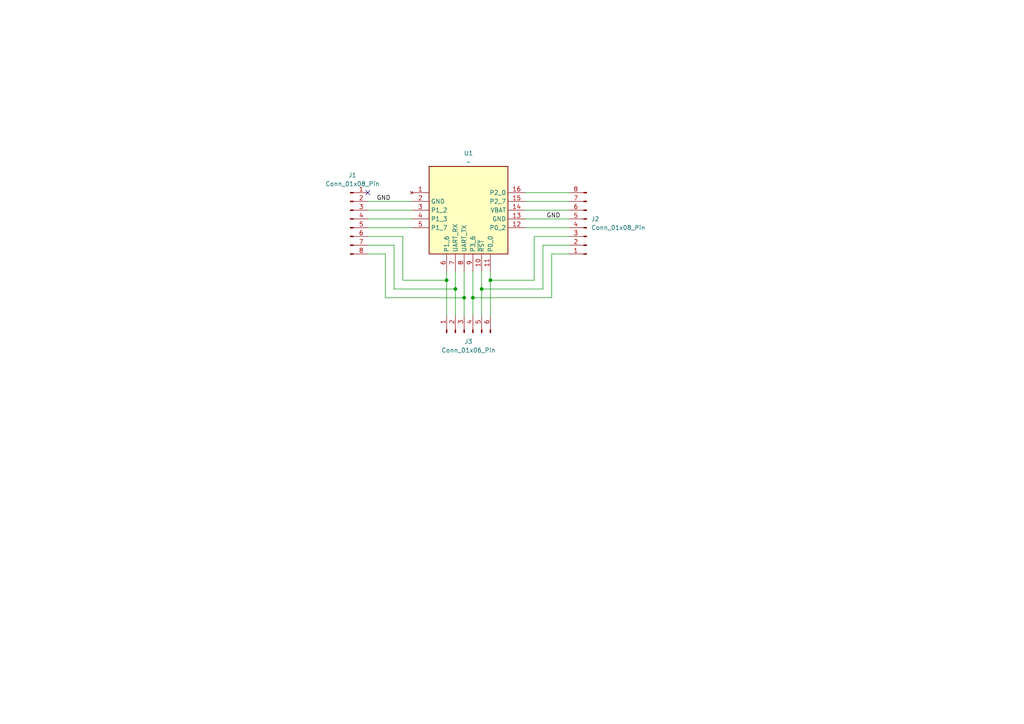
<source format=kicad_sch>
(kicad_sch
	(version 20231120)
	(generator "eeschema")
	(generator_version "8.0")
	(uuid "bbb02930-fe5a-4189-be08-f0da16f5e71d")
	(paper "A4")
	(lib_symbols
		(symbol "Connector:Conn_01x06_Pin"
			(pin_names
				(offset 1.016) hide)
			(exclude_from_sim no)
			(in_bom yes)
			(on_board yes)
			(property "Reference" "J"
				(at 0 7.62 0)
				(effects
					(font
						(size 1.27 1.27)
					)
				)
			)
			(property "Value" "Conn_01x06_Pin"
				(at 0 -10.16 0)
				(effects
					(font
						(size 1.27 1.27)
					)
				)
			)
			(property "Footprint" ""
				(at 0 0 0)
				(effects
					(font
						(size 1.27 1.27)
					)
					(hide yes)
				)
			)
			(property "Datasheet" "~"
				(at 0 0 0)
				(effects
					(font
						(size 1.27 1.27)
					)
					(hide yes)
				)
			)
			(property "Description" "Generic connector, single row, 01x06, script generated"
				(at 0 0 0)
				(effects
					(font
						(size 1.27 1.27)
					)
					(hide yes)
				)
			)
			(property "ki_locked" ""
				(at 0 0 0)
				(effects
					(font
						(size 1.27 1.27)
					)
				)
			)
			(property "ki_keywords" "connector"
				(at 0 0 0)
				(effects
					(font
						(size 1.27 1.27)
					)
					(hide yes)
				)
			)
			(property "ki_fp_filters" "Connector*:*_1x??_*"
				(at 0 0 0)
				(effects
					(font
						(size 1.27 1.27)
					)
					(hide yes)
				)
			)
			(symbol "Conn_01x06_Pin_1_1"
				(polyline
					(pts
						(xy 1.27 -7.62) (xy 0.8636 -7.62)
					)
					(stroke
						(width 0.1524)
						(type default)
					)
					(fill
						(type none)
					)
				)
				(polyline
					(pts
						(xy 1.27 -5.08) (xy 0.8636 -5.08)
					)
					(stroke
						(width 0.1524)
						(type default)
					)
					(fill
						(type none)
					)
				)
				(polyline
					(pts
						(xy 1.27 -2.54) (xy 0.8636 -2.54)
					)
					(stroke
						(width 0.1524)
						(type default)
					)
					(fill
						(type none)
					)
				)
				(polyline
					(pts
						(xy 1.27 0) (xy 0.8636 0)
					)
					(stroke
						(width 0.1524)
						(type default)
					)
					(fill
						(type none)
					)
				)
				(polyline
					(pts
						(xy 1.27 2.54) (xy 0.8636 2.54)
					)
					(stroke
						(width 0.1524)
						(type default)
					)
					(fill
						(type none)
					)
				)
				(polyline
					(pts
						(xy 1.27 5.08) (xy 0.8636 5.08)
					)
					(stroke
						(width 0.1524)
						(type default)
					)
					(fill
						(type none)
					)
				)
				(rectangle
					(start 0.8636 -7.493)
					(end 0 -7.747)
					(stroke
						(width 0.1524)
						(type default)
					)
					(fill
						(type outline)
					)
				)
				(rectangle
					(start 0.8636 -4.953)
					(end 0 -5.207)
					(stroke
						(width 0.1524)
						(type default)
					)
					(fill
						(type outline)
					)
				)
				(rectangle
					(start 0.8636 -2.413)
					(end 0 -2.667)
					(stroke
						(width 0.1524)
						(type default)
					)
					(fill
						(type outline)
					)
				)
				(rectangle
					(start 0.8636 0.127)
					(end 0 -0.127)
					(stroke
						(width 0.1524)
						(type default)
					)
					(fill
						(type outline)
					)
				)
				(rectangle
					(start 0.8636 2.667)
					(end 0 2.413)
					(stroke
						(width 0.1524)
						(type default)
					)
					(fill
						(type outline)
					)
				)
				(rectangle
					(start 0.8636 5.207)
					(end 0 4.953)
					(stroke
						(width 0.1524)
						(type default)
					)
					(fill
						(type outline)
					)
				)
				(pin passive line
					(at 5.08 5.08 180)
					(length 3.81)
					(name "Pin_1"
						(effects
							(font
								(size 1.27 1.27)
							)
						)
					)
					(number "1"
						(effects
							(font
								(size 1.27 1.27)
							)
						)
					)
				)
				(pin passive line
					(at 5.08 2.54 180)
					(length 3.81)
					(name "Pin_2"
						(effects
							(font
								(size 1.27 1.27)
							)
						)
					)
					(number "2"
						(effects
							(font
								(size 1.27 1.27)
							)
						)
					)
				)
				(pin passive line
					(at 5.08 0 180)
					(length 3.81)
					(name "Pin_3"
						(effects
							(font
								(size 1.27 1.27)
							)
						)
					)
					(number "3"
						(effects
							(font
								(size 1.27 1.27)
							)
						)
					)
				)
				(pin passive line
					(at 5.08 -2.54 180)
					(length 3.81)
					(name "Pin_4"
						(effects
							(font
								(size 1.27 1.27)
							)
						)
					)
					(number "4"
						(effects
							(font
								(size 1.27 1.27)
							)
						)
					)
				)
				(pin passive line
					(at 5.08 -5.08 180)
					(length 3.81)
					(name "Pin_5"
						(effects
							(font
								(size 1.27 1.27)
							)
						)
					)
					(number "5"
						(effects
							(font
								(size 1.27 1.27)
							)
						)
					)
				)
				(pin passive line
					(at 5.08 -7.62 180)
					(length 3.81)
					(name "Pin_6"
						(effects
							(font
								(size 1.27 1.27)
							)
						)
					)
					(number "6"
						(effects
							(font
								(size 1.27 1.27)
							)
						)
					)
				)
			)
		)
		(symbol "Connector:Conn_01x08_Pin"
			(pin_names
				(offset 1.016) hide)
			(exclude_from_sim no)
			(in_bom yes)
			(on_board yes)
			(property "Reference" "J"
				(at 0 10.16 0)
				(effects
					(font
						(size 1.27 1.27)
					)
				)
			)
			(property "Value" "Conn_01x08_Pin"
				(at 0 -12.7 0)
				(effects
					(font
						(size 1.27 1.27)
					)
				)
			)
			(property "Footprint" ""
				(at 0 0 0)
				(effects
					(font
						(size 1.27 1.27)
					)
					(hide yes)
				)
			)
			(property "Datasheet" "~"
				(at 0 0 0)
				(effects
					(font
						(size 1.27 1.27)
					)
					(hide yes)
				)
			)
			(property "Description" "Generic connector, single row, 01x08, script generated"
				(at 0 0 0)
				(effects
					(font
						(size 1.27 1.27)
					)
					(hide yes)
				)
			)
			(property "ki_locked" ""
				(at 0 0 0)
				(effects
					(font
						(size 1.27 1.27)
					)
				)
			)
			(property "ki_keywords" "connector"
				(at 0 0 0)
				(effects
					(font
						(size 1.27 1.27)
					)
					(hide yes)
				)
			)
			(property "ki_fp_filters" "Connector*:*_1x??_*"
				(at 0 0 0)
				(effects
					(font
						(size 1.27 1.27)
					)
					(hide yes)
				)
			)
			(symbol "Conn_01x08_Pin_1_1"
				(polyline
					(pts
						(xy 1.27 -10.16) (xy 0.8636 -10.16)
					)
					(stroke
						(width 0.1524)
						(type default)
					)
					(fill
						(type none)
					)
				)
				(polyline
					(pts
						(xy 1.27 -7.62) (xy 0.8636 -7.62)
					)
					(stroke
						(width 0.1524)
						(type default)
					)
					(fill
						(type none)
					)
				)
				(polyline
					(pts
						(xy 1.27 -5.08) (xy 0.8636 -5.08)
					)
					(stroke
						(width 0.1524)
						(type default)
					)
					(fill
						(type none)
					)
				)
				(polyline
					(pts
						(xy 1.27 -2.54) (xy 0.8636 -2.54)
					)
					(stroke
						(width 0.1524)
						(type default)
					)
					(fill
						(type none)
					)
				)
				(polyline
					(pts
						(xy 1.27 0) (xy 0.8636 0)
					)
					(stroke
						(width 0.1524)
						(type default)
					)
					(fill
						(type none)
					)
				)
				(polyline
					(pts
						(xy 1.27 2.54) (xy 0.8636 2.54)
					)
					(stroke
						(width 0.1524)
						(type default)
					)
					(fill
						(type none)
					)
				)
				(polyline
					(pts
						(xy 1.27 5.08) (xy 0.8636 5.08)
					)
					(stroke
						(width 0.1524)
						(type default)
					)
					(fill
						(type none)
					)
				)
				(polyline
					(pts
						(xy 1.27 7.62) (xy 0.8636 7.62)
					)
					(stroke
						(width 0.1524)
						(type default)
					)
					(fill
						(type none)
					)
				)
				(rectangle
					(start 0.8636 -10.033)
					(end 0 -10.287)
					(stroke
						(width 0.1524)
						(type default)
					)
					(fill
						(type outline)
					)
				)
				(rectangle
					(start 0.8636 -7.493)
					(end 0 -7.747)
					(stroke
						(width 0.1524)
						(type default)
					)
					(fill
						(type outline)
					)
				)
				(rectangle
					(start 0.8636 -4.953)
					(end 0 -5.207)
					(stroke
						(width 0.1524)
						(type default)
					)
					(fill
						(type outline)
					)
				)
				(rectangle
					(start 0.8636 -2.413)
					(end 0 -2.667)
					(stroke
						(width 0.1524)
						(type default)
					)
					(fill
						(type outline)
					)
				)
				(rectangle
					(start 0.8636 0.127)
					(end 0 -0.127)
					(stroke
						(width 0.1524)
						(type default)
					)
					(fill
						(type outline)
					)
				)
				(rectangle
					(start 0.8636 2.667)
					(end 0 2.413)
					(stroke
						(width 0.1524)
						(type default)
					)
					(fill
						(type outline)
					)
				)
				(rectangle
					(start 0.8636 5.207)
					(end 0 4.953)
					(stroke
						(width 0.1524)
						(type default)
					)
					(fill
						(type outline)
					)
				)
				(rectangle
					(start 0.8636 7.747)
					(end 0 7.493)
					(stroke
						(width 0.1524)
						(type default)
					)
					(fill
						(type outline)
					)
				)
				(pin passive line
					(at 5.08 7.62 180)
					(length 3.81)
					(name "Pin_1"
						(effects
							(font
								(size 1.27 1.27)
							)
						)
					)
					(number "1"
						(effects
							(font
								(size 1.27 1.27)
							)
						)
					)
				)
				(pin passive line
					(at 5.08 5.08 180)
					(length 3.81)
					(name "Pin_2"
						(effects
							(font
								(size 1.27 1.27)
							)
						)
					)
					(number "2"
						(effects
							(font
								(size 1.27 1.27)
							)
						)
					)
				)
				(pin passive line
					(at 5.08 2.54 180)
					(length 3.81)
					(name "Pin_3"
						(effects
							(font
								(size 1.27 1.27)
							)
						)
					)
					(number "3"
						(effects
							(font
								(size 1.27 1.27)
							)
						)
					)
				)
				(pin passive line
					(at 5.08 0 180)
					(length 3.81)
					(name "Pin_4"
						(effects
							(font
								(size 1.27 1.27)
							)
						)
					)
					(number "4"
						(effects
							(font
								(size 1.27 1.27)
							)
						)
					)
				)
				(pin passive line
					(at 5.08 -2.54 180)
					(length 3.81)
					(name "Pin_5"
						(effects
							(font
								(size 1.27 1.27)
							)
						)
					)
					(number "5"
						(effects
							(font
								(size 1.27 1.27)
							)
						)
					)
				)
				(pin passive line
					(at 5.08 -5.08 180)
					(length 3.81)
					(name "Pin_6"
						(effects
							(font
								(size 1.27 1.27)
							)
						)
					)
					(number "6"
						(effects
							(font
								(size 1.27 1.27)
							)
						)
					)
				)
				(pin passive line
					(at 5.08 -7.62 180)
					(length 3.81)
					(name "Pin_7"
						(effects
							(font
								(size 1.27 1.27)
							)
						)
					)
					(number "7"
						(effects
							(font
								(size 1.27 1.27)
							)
						)
					)
				)
				(pin passive line
					(at 5.08 -10.16 180)
					(length 3.81)
					(name "Pin_8"
						(effects
							(font
								(size 1.27 1.27)
							)
						)
					)
					(number "8"
						(effects
							(font
								(size 1.27 1.27)
							)
						)
					)
				)
			)
		)
		(symbol "RN4871_interposer:RN4871"
			(exclude_from_sim no)
			(in_bom yes)
			(on_board yes)
			(property "Reference" "U"
				(at 0 0 0)
				(effects
					(font
						(size 1.27 1.27)
					)
				)
			)
			(property "Value" ""
				(at -2.54 -2.54 0)
				(effects
					(font
						(size 1.27 1.27)
					)
				)
			)
			(property "Footprint" "RN4871_interposer:RN4871"
				(at 0 0 0)
				(effects
					(font
						(size 1.27 1.27)
					)
					(hide yes)
				)
			)
			(property "Datasheet" ""
				(at -2.54 -2.54 0)
				(effects
					(font
						(size 1.27 1.27)
					)
					(hide yes)
				)
			)
			(property "Description" ""
				(at -2.54 -2.54 0)
				(effects
					(font
						(size 1.27 1.27)
					)
					(hide yes)
				)
			)
			(symbol "RN4871_1_1"
				(rectangle
					(start -10.16 12.7)
					(end 12.7 -12.7)
					(stroke
						(width 0.254)
						(type default)
					)
					(fill
						(type background)
					)
				)
				(pin no_connect line
					(at -15.24 5.08 0)
					(length 5.08)
					(name ""
						(effects
							(font
								(size 1.27 1.27)
							)
						)
					)
					(number "1"
						(effects
							(font
								(size 1.27 1.27)
							)
						)
					)
				)
				(pin input line
					(at 5.08 -17.78 90)
					(length 5.08)
					(name "~{RST}"
						(effects
							(font
								(size 1.27 1.27)
							)
						)
					)
					(number "10"
						(effects
							(font
								(size 1.27 1.27)
							)
						)
					)
				)
				(pin bidirectional line
					(at 7.62 -17.78 90)
					(length 5.08)
					(name "P0_0"
						(effects
							(font
								(size 1.27 1.27)
							)
						)
					)
					(number "11"
						(effects
							(font
								(size 1.27 1.27)
							)
						)
					)
				)
				(pin bidirectional line
					(at 17.78 -5.08 180)
					(length 5.08)
					(name "P0_2"
						(effects
							(font
								(size 1.27 1.27)
							)
						)
					)
					(number "12"
						(effects
							(font
								(size 1.27 1.27)
							)
						)
					)
				)
				(pin power_in line
					(at 17.78 -2.54 180)
					(length 5.08)
					(name "GND"
						(effects
							(font
								(size 1.27 1.27)
							)
						)
					)
					(number "13"
						(effects
							(font
								(size 1.27 1.27)
							)
						)
					)
				)
				(pin power_in line
					(at 17.78 0 180)
					(length 5.08)
					(name "VBAT"
						(effects
							(font
								(size 1.27 1.27)
							)
						)
					)
					(number "14"
						(effects
							(font
								(size 1.27 1.27)
							)
						)
					)
				)
				(pin output line
					(at 17.78 2.54 180)
					(length 5.08)
					(name "P2_7"
						(effects
							(font
								(size 1.27 1.27)
							)
						)
					)
					(number "15"
						(effects
							(font
								(size 1.27 1.27)
							)
						)
					)
				)
				(pin input line
					(at 17.78 5.08 180)
					(length 5.08)
					(name "P2_0"
						(effects
							(font
								(size 1.27 1.27)
							)
						)
					)
					(number "16"
						(effects
							(font
								(size 1.27 1.27)
							)
						)
					)
				)
				(pin power_in line
					(at -15.24 2.54 0)
					(length 5.08)
					(name "GND"
						(effects
							(font
								(size 1.27 1.27)
							)
						)
					)
					(number "2"
						(effects
							(font
								(size 1.27 1.27)
							)
						)
					)
				)
				(pin bidirectional line
					(at -15.24 0 0)
					(length 5.08)
					(name "P1_2"
						(effects
							(font
								(size 1.27 1.27)
							)
						)
					)
					(number "3"
						(effects
							(font
								(size 1.27 1.27)
							)
						)
					)
				)
				(pin bidirectional line
					(at -15.24 -2.54 0)
					(length 5.08)
					(name "P1_3"
						(effects
							(font
								(size 1.27 1.27)
							)
						)
					)
					(number "4"
						(effects
							(font
								(size 1.27 1.27)
							)
						)
					)
				)
				(pin passive line
					(at -15.24 -5.08 0)
					(length 5.08)
					(name "P1_7"
						(effects
							(font
								(size 1.27 1.27)
							)
						)
					)
					(number "5"
						(effects
							(font
								(size 1.27 1.27)
							)
						)
					)
				)
				(pin passive line
					(at -5.08 -17.78 90)
					(length 5.08)
					(name "P1_6"
						(effects
							(font
								(size 1.27 1.27)
							)
						)
					)
					(number "6"
						(effects
							(font
								(size 1.27 1.27)
							)
						)
					)
				)
				(pin power_in line
					(at -2.54 -17.78 90)
					(length 5.08)
					(name "UART_RX"
						(effects
							(font
								(size 1.27 1.27)
							)
						)
					)
					(number "7"
						(effects
							(font
								(size 1.27 1.27)
							)
						)
					)
				)
				(pin output line
					(at 0 -17.78 90)
					(length 5.08)
					(name "UART_TX"
						(effects
							(font
								(size 1.27 1.27)
							)
						)
					)
					(number "8"
						(effects
							(font
								(size 1.27 1.27)
							)
						)
					)
				)
				(pin bidirectional line
					(at 2.54 -17.78 90)
					(length 5.08)
					(name "P3_6"
						(effects
							(font
								(size 1.27 1.27)
							)
						)
					)
					(number "9"
						(effects
							(font
								(size 1.27 1.27)
							)
						)
					)
				)
			)
		)
	)
	(junction
		(at 134.62 86.36)
		(diameter 0)
		(color 0 0 0 0)
		(uuid "06b9f5ab-a3c9-48cd-a05f-8c372803da11")
	)
	(junction
		(at 139.7 83.82)
		(diameter 0)
		(color 0 0 0 0)
		(uuid "44df0b6c-0e0c-4cae-b4f5-ed4a0539bde5")
	)
	(junction
		(at 132.08 83.82)
		(diameter 0)
		(color 0 0 0 0)
		(uuid "868ff653-9569-49bf-8086-4a67cba1576b")
	)
	(junction
		(at 137.16 86.36)
		(diameter 0)
		(color 0 0 0 0)
		(uuid "c58b5875-b0ae-4c10-9e49-17d6b965873f")
	)
	(junction
		(at 129.54 81.28)
		(diameter 0)
		(color 0 0 0 0)
		(uuid "dda999fa-504a-4057-96c4-2cd7755e578d")
	)
	(junction
		(at 142.24 81.28)
		(diameter 0)
		(color 0 0 0 0)
		(uuid "f55c2925-ddee-4267-bc3e-daf01b28d867")
	)
	(no_connect
		(at 106.68 55.88)
		(uuid "6e26673b-daf4-4a88-b7c2-dc607055ec72")
	)
	(wire
		(pts
			(xy 165.1 55.88) (xy 152.4 55.88)
		)
		(stroke
			(width 0)
			(type default)
		)
		(uuid "12269c72-6660-425e-8900-0af5ae474b8f")
	)
	(wire
		(pts
			(xy 134.62 91.44) (xy 134.62 86.36)
		)
		(stroke
			(width 0)
			(type default)
		)
		(uuid "13c3375c-ba0a-40a2-94f7-1b557b5ee7f7")
	)
	(wire
		(pts
			(xy 165.1 68.58) (xy 154.94 68.58)
		)
		(stroke
			(width 0)
			(type default)
		)
		(uuid "163df8cf-e726-4bb1-9372-5502518d553f")
	)
	(wire
		(pts
			(xy 106.68 58.42) (xy 119.38 58.42)
		)
		(stroke
			(width 0)
			(type default)
		)
		(uuid "216a9a9c-9ada-4661-8300-d58739f6a74b")
	)
	(wire
		(pts
			(xy 106.68 66.04) (xy 119.38 66.04)
		)
		(stroke
			(width 0)
			(type default)
		)
		(uuid "2bc748cf-64e4-41c4-bc7f-c634afdf3d11")
	)
	(wire
		(pts
			(xy 106.68 68.58) (xy 116.84 68.58)
		)
		(stroke
			(width 0)
			(type default)
		)
		(uuid "3971cb2f-fa98-4ad4-b684-77e59e0eca5a")
	)
	(wire
		(pts
			(xy 142.24 81.28) (xy 142.24 91.44)
		)
		(stroke
			(width 0)
			(type default)
		)
		(uuid "40705b5b-fd2e-4e99-8c71-6bd54f536ac0")
	)
	(wire
		(pts
			(xy 142.24 81.28) (xy 154.94 81.28)
		)
		(stroke
			(width 0)
			(type default)
		)
		(uuid "47b2fd78-f55a-4a01-854f-d85161813ada")
	)
	(wire
		(pts
			(xy 116.84 68.58) (xy 116.84 81.28)
		)
		(stroke
			(width 0)
			(type default)
		)
		(uuid "6a48254f-2ada-4479-8bb9-e65860b321ec")
	)
	(wire
		(pts
			(xy 160.02 73.66) (xy 160.02 86.36)
		)
		(stroke
			(width 0)
			(type default)
		)
		(uuid "6cb0c9cf-31fd-456f-ab08-b4d47020f9c6")
	)
	(wire
		(pts
			(xy 165.1 60.96) (xy 152.4 60.96)
		)
		(stroke
			(width 0)
			(type default)
		)
		(uuid "6ecaaadb-cf63-480e-be96-94488d87bea3")
	)
	(wire
		(pts
			(xy 157.48 71.12) (xy 157.48 83.82)
		)
		(stroke
			(width 0)
			(type default)
		)
		(uuid "6eee5915-e502-4de9-a86c-a1ac9d25633d")
	)
	(wire
		(pts
			(xy 137.16 86.36) (xy 160.02 86.36)
		)
		(stroke
			(width 0)
			(type default)
		)
		(uuid "6f51cdc0-8608-4fa2-9571-7056c8d73eda")
	)
	(wire
		(pts
			(xy 129.54 91.44) (xy 129.54 81.28)
		)
		(stroke
			(width 0)
			(type default)
		)
		(uuid "719a8dd5-6a52-4292-9f60-4595090e1ac6")
	)
	(wire
		(pts
			(xy 139.7 83.82) (xy 157.48 83.82)
		)
		(stroke
			(width 0)
			(type default)
		)
		(uuid "7797c41c-719d-4885-9b23-7d02b8813a2a")
	)
	(wire
		(pts
			(xy 165.1 71.12) (xy 157.48 71.12)
		)
		(stroke
			(width 0)
			(type default)
		)
		(uuid "7f9a6859-8f67-41ce-9de1-6ffedb86aa10")
	)
	(wire
		(pts
			(xy 132.08 91.44) (xy 132.08 83.82)
		)
		(stroke
			(width 0)
			(type default)
		)
		(uuid "854300e6-6e14-4559-a260-b81ad6efce42")
	)
	(wire
		(pts
			(xy 134.62 86.36) (xy 134.62 78.74)
		)
		(stroke
			(width 0)
			(type default)
		)
		(uuid "8a9a8198-4628-4db4-8fa0-8ea3a1f47c0e")
	)
	(wire
		(pts
			(xy 116.84 81.28) (xy 129.54 81.28)
		)
		(stroke
			(width 0)
			(type default)
		)
		(uuid "9cd94aa0-f566-4ead-9dcd-fb4187937ae3")
	)
	(wire
		(pts
			(xy 106.68 71.12) (xy 114.3 71.12)
		)
		(stroke
			(width 0)
			(type default)
		)
		(uuid "ab98d35c-83b7-4ec2-96c8-bc60274f2565")
	)
	(wire
		(pts
			(xy 142.24 78.74) (xy 142.24 81.28)
		)
		(stroke
			(width 0)
			(type default)
		)
		(uuid "aebeb3f4-63a9-44cf-94c6-32ea5265c0f2")
	)
	(wire
		(pts
			(xy 106.68 60.96) (xy 119.38 60.96)
		)
		(stroke
			(width 0)
			(type default)
		)
		(uuid "af5a284b-f22d-4aae-a3bb-462c3a80a775")
	)
	(wire
		(pts
			(xy 165.1 58.42) (xy 152.4 58.42)
		)
		(stroke
			(width 0)
			(type default)
		)
		(uuid "aff68b87-0647-4718-8e3e-ba898afb27f4")
	)
	(wire
		(pts
			(xy 129.54 81.28) (xy 129.54 78.74)
		)
		(stroke
			(width 0)
			(type default)
		)
		(uuid "b70de5ea-5703-44a9-b2bd-b3911c51a465")
	)
	(wire
		(pts
			(xy 154.94 68.58) (xy 154.94 81.28)
		)
		(stroke
			(width 0)
			(type default)
		)
		(uuid "baef1c53-a240-4c20-bc5b-52ebd69c6ed2")
	)
	(wire
		(pts
			(xy 106.68 63.5) (xy 119.38 63.5)
		)
		(stroke
			(width 0)
			(type default)
		)
		(uuid "bdb42419-7e02-44a2-b131-c3a8966fea85")
	)
	(wire
		(pts
			(xy 165.1 73.66) (xy 160.02 73.66)
		)
		(stroke
			(width 0)
			(type default)
		)
		(uuid "c696bace-e9fe-4634-ab22-e2309c53d16b")
	)
	(wire
		(pts
			(xy 139.7 83.82) (xy 139.7 91.44)
		)
		(stroke
			(width 0)
			(type default)
		)
		(uuid "cc89384e-9fe5-41ea-aeea-65218b8681bc")
	)
	(wire
		(pts
			(xy 106.68 73.66) (xy 111.76 73.66)
		)
		(stroke
			(width 0)
			(type default)
		)
		(uuid "cccc7336-8fc2-4373-a9c8-2930099bfb45")
	)
	(wire
		(pts
			(xy 152.4 63.5) (xy 165.1 63.5)
		)
		(stroke
			(width 0)
			(type default)
		)
		(uuid "d73deaf1-4480-4440-9071-a134dea0266b")
	)
	(wire
		(pts
			(xy 114.3 71.12) (xy 114.3 83.82)
		)
		(stroke
			(width 0)
			(type default)
		)
		(uuid "d849ea9c-800e-454d-96ed-1d650b560ade")
	)
	(wire
		(pts
			(xy 137.16 86.36) (xy 137.16 91.44)
		)
		(stroke
			(width 0)
			(type default)
		)
		(uuid "d8ce27e6-8a1e-4515-8155-3c7177abde58")
	)
	(wire
		(pts
			(xy 165.1 66.04) (xy 152.4 66.04)
		)
		(stroke
			(width 0)
			(type default)
		)
		(uuid "de7d52f4-8f2a-44b5-ad4c-201605d4916c")
	)
	(wire
		(pts
			(xy 111.76 86.36) (xy 134.62 86.36)
		)
		(stroke
			(width 0)
			(type default)
		)
		(uuid "e38d9503-f0b3-4a11-b238-445abbeea389")
	)
	(wire
		(pts
			(xy 132.08 83.82) (xy 132.08 78.74)
		)
		(stroke
			(width 0)
			(type default)
		)
		(uuid "e4892928-04de-4ff0-9ee4-5a8bb962ea42")
	)
	(wire
		(pts
			(xy 137.16 78.74) (xy 137.16 86.36)
		)
		(stroke
			(width 0)
			(type default)
		)
		(uuid "ed3eedea-69ad-49ce-871e-48f2f2059dee")
	)
	(wire
		(pts
			(xy 139.7 78.74) (xy 139.7 83.82)
		)
		(stroke
			(width 0)
			(type default)
		)
		(uuid "f0ee1593-64a7-483f-82e1-c5bd83cdccf2")
	)
	(wire
		(pts
			(xy 114.3 83.82) (xy 132.08 83.82)
		)
		(stroke
			(width 0)
			(type default)
		)
		(uuid "f8fd27bf-03ee-479b-8ae0-9c2b54bb312e")
	)
	(wire
		(pts
			(xy 111.76 73.66) (xy 111.76 86.36)
		)
		(stroke
			(width 0)
			(type default)
		)
		(uuid "ff7b6813-d513-42d7-b559-46ca82dfd289")
	)
	(label "GND"
		(at 162.56 63.5 180)
		(fields_autoplaced yes)
		(effects
			(font
				(size 1.27 1.27)
			)
			(justify right bottom)
		)
		(uuid "41f3830f-01f9-4033-93db-5a8e043f8190")
	)
	(label "GND"
		(at 109.22 58.42 0)
		(fields_autoplaced yes)
		(effects
			(font
				(size 1.27 1.27)
			)
			(justify left bottom)
		)
		(uuid "ce6f2b15-e32d-4eb8-b9a5-df3a44e62b79")
	)
	(symbol
		(lib_id "RN4871_interposer:RN4871")
		(at 134.62 60.96 0)
		(unit 1)
		(exclude_from_sim no)
		(in_bom yes)
		(on_board yes)
		(dnp no)
		(fields_autoplaced yes)
		(uuid "71ad0c33-d33f-4342-bb21-3ecfacab6cde")
		(property "Reference" "U1"
			(at 135.89 44.45 0)
			(effects
				(font
					(size 1.27 1.27)
				)
			)
		)
		(property "Value" "~"
			(at 135.89 46.99 0)
			(effects
				(font
					(size 1.27 1.27)
				)
			)
		)
		(property "Footprint" "RN4871_interposer:RN4871"
			(at 132.08 63.5 0)
			(effects
				(font
					(size 1.27 1.27)
				)
				(hide yes)
			)
		)
		(property "Datasheet" ""
			(at 132.08 63.5 0)
			(effects
				(font
					(size 1.27 1.27)
				)
				(hide yes)
			)
		)
		(property "Description" ""
			(at 132.08 63.5 0)
			(effects
				(font
					(size 1.27 1.27)
				)
				(hide yes)
			)
		)
		(pin "16"
			(uuid "5d77b632-8ddb-4ba9-84fe-8dde3b780f95")
		)
		(pin "10"
			(uuid "d9f3ddb9-f728-40bd-b2f4-efd4fd183ea1")
		)
		(pin "4"
			(uuid "df463d4c-92f2-4f5a-a1b7-eea2700992c8")
		)
		(pin "12"
			(uuid "2d10f93f-658b-47b9-a854-b9dd247c0f86")
		)
		(pin "6"
			(uuid "7078c34d-3081-41b6-82e0-40c74562db0c")
		)
		(pin "7"
			(uuid "bfa4dafb-a4fe-4f07-b969-4d80ee6fe1bf")
		)
		(pin "5"
			(uuid "0f4e9233-ade8-4352-9ac5-7adc2dbc5b73")
		)
		(pin "11"
			(uuid "89a428ea-3350-40ad-aaf2-31856328abf8")
		)
		(pin "13"
			(uuid "67f708b4-453e-4b08-acb0-29b0c0d6c69d")
		)
		(pin "8"
			(uuid "f74b3b3a-c84a-4dd5-8408-b786ffc9db2a")
		)
		(pin "9"
			(uuid "e666a725-b917-455c-ab75-5c413aeab1f8")
		)
		(pin "1"
			(uuid "bd5bb647-dfc2-48c0-bef4-69f20434a452")
		)
		(pin "3"
			(uuid "384ce06d-3a92-4ec6-8395-7eb0c7c7d773")
		)
		(pin "15"
			(uuid "299e1a39-9604-48bf-9db3-50db8130c9c4")
		)
		(pin "2"
			(uuid "937c7b59-d952-44d7-b17c-a75f3c6cc086")
		)
		(pin "14"
			(uuid "76b8d40d-e34c-4649-a7dc-6c6c50f31141")
		)
		(instances
			(project "rn4871_interposer"
				(path "/bbb02930-fe5a-4189-be08-f0da16f5e71d"
					(reference "U1")
					(unit 1)
				)
			)
		)
	)
	(symbol
		(lib_id "Connector:Conn_01x08_Pin")
		(at 101.6 63.5 0)
		(unit 1)
		(exclude_from_sim no)
		(in_bom yes)
		(on_board yes)
		(dnp no)
		(fields_autoplaced yes)
		(uuid "8a074e82-2219-43b8-8876-69307c476615")
		(property "Reference" "J1"
			(at 102.235 50.8 0)
			(effects
				(font
					(size 1.27 1.27)
				)
			)
		)
		(property "Value" "Conn_01x08_Pin"
			(at 102.235 53.34 0)
			(effects
				(font
					(size 1.27 1.27)
				)
			)
		)
		(property "Footprint" "Connector_PinHeader_2.54mm:PinHeader_1x08_P2.54mm_Vertical"
			(at 101.6 63.5 0)
			(effects
				(font
					(size 1.27 1.27)
				)
				(hide yes)
			)
		)
		(property "Datasheet" "~"
			(at 101.6 63.5 0)
			(effects
				(font
					(size 1.27 1.27)
				)
				(hide yes)
			)
		)
		(property "Description" "Generic connector, single row, 01x08, script generated"
			(at 101.6 63.5 0)
			(effects
				(font
					(size 1.27 1.27)
				)
				(hide yes)
			)
		)
		(pin "8"
			(uuid "63ea752c-e832-443e-b0f4-09997773a425")
		)
		(pin "1"
			(uuid "300cc95a-fe48-413b-a124-ed382b878ca8")
		)
		(pin "7"
			(uuid "e361a18c-0182-4f13-a34f-ee293e6b4c83")
		)
		(pin "5"
			(uuid "7f7e77b5-7e26-418c-b41e-dc2a2fa7a144")
		)
		(pin "2"
			(uuid "075d35b4-25c3-4138-bb4e-fb0cbd258e72")
		)
		(pin "4"
			(uuid "7b201747-83e7-46b9-9058-475999835ec1")
		)
		(pin "3"
			(uuid "9d140110-6cbb-4fb4-9c0c-d6fc078ab901")
		)
		(pin "6"
			(uuid "d7df4602-49ae-48ed-a54c-4e3876100a8a")
		)
		(instances
			(project "rn4871_interposer"
				(path "/bbb02930-fe5a-4189-be08-f0da16f5e71d"
					(reference "J1")
					(unit 1)
				)
			)
		)
	)
	(symbol
		(lib_id "Connector:Conn_01x06_Pin")
		(at 134.62 96.52 90)
		(unit 1)
		(exclude_from_sim no)
		(in_bom yes)
		(on_board yes)
		(dnp no)
		(fields_autoplaced yes)
		(uuid "d4bbd52a-248e-4e46-bb36-6b484cb4df8c")
		(property "Reference" "J3"
			(at 135.89 99.06 90)
			(effects
				(font
					(size 1.27 1.27)
				)
			)
		)
		(property "Value" "Conn_01x06_Pin"
			(at 135.89 101.6 90)
			(effects
				(font
					(size 1.27 1.27)
				)
			)
		)
		(property "Footprint" "Connector_PinHeader_2.54mm:PinHeader_1x06_P2.54mm_Vertical"
			(at 134.62 96.52 0)
			(effects
				(font
					(size 1.27 1.27)
				)
				(hide yes)
			)
		)
		(property "Datasheet" "~"
			(at 134.62 96.52 0)
			(effects
				(font
					(size 1.27 1.27)
				)
				(hide yes)
			)
		)
		(property "Description" "Generic connector, single row, 01x06, script generated"
			(at 134.62 96.52 0)
			(effects
				(font
					(size 1.27 1.27)
				)
				(hide yes)
			)
		)
		(pin "2"
			(uuid "f994dc16-6a61-42b7-97ed-ea7674a02432")
		)
		(pin "6"
			(uuid "bc240cc7-c912-49c0-bd64-2a6fcc44aa9a")
		)
		(pin "5"
			(uuid "032a3f8b-b7e7-444f-be6a-0c7c51841856")
		)
		(pin "3"
			(uuid "eb43385e-a411-4d58-839e-7b4da4d1f04e")
		)
		(pin "4"
			(uuid "07508968-3304-4634-a34d-4c4d25f0541c")
		)
		(pin "1"
			(uuid "29a38366-a8c5-4be2-a2cb-e5dec5de49a6")
		)
		(instances
			(project "rn4871_interposer"
				(path "/bbb02930-fe5a-4189-be08-f0da16f5e71d"
					(reference "J3")
					(unit 1)
				)
			)
		)
	)
	(symbol
		(lib_id "Connector:Conn_01x08_Pin")
		(at 170.18 66.04 180)
		(unit 1)
		(exclude_from_sim no)
		(in_bom yes)
		(on_board yes)
		(dnp no)
		(fields_autoplaced yes)
		(uuid "e593d423-b697-4e55-9a91-5975c3fb296f")
		(property "Reference" "J2"
			(at 171.45 63.4999 0)
			(effects
				(font
					(size 1.27 1.27)
				)
				(justify right)
			)
		)
		(property "Value" "Conn_01x08_Pin"
			(at 171.45 66.0399 0)
			(effects
				(font
					(size 1.27 1.27)
				)
				(justify right)
			)
		)
		(property "Footprint" "Connector_PinHeader_2.54mm:PinHeader_1x08_P2.54mm_Vertical"
			(at 170.18 66.04 0)
			(effects
				(font
					(size 1.27 1.27)
				)
				(hide yes)
			)
		)
		(property "Datasheet" "~"
			(at 170.18 66.04 0)
			(effects
				(font
					(size 1.27 1.27)
				)
				(hide yes)
			)
		)
		(property "Description" "Generic connector, single row, 01x08, script generated"
			(at 170.18 66.04 0)
			(effects
				(font
					(size 1.27 1.27)
				)
				(hide yes)
			)
		)
		(pin "8"
			(uuid "d75d9e31-a18f-4f41-8fe6-4a77eefeb756")
		)
		(pin "1"
			(uuid "a4fbf532-4abf-4818-bd21-7377d7da7d5d")
		)
		(pin "7"
			(uuid "3c0a41a0-ed7b-4331-8985-3da2a800b400")
		)
		(pin "5"
			(uuid "b561a29a-1b36-4398-8b55-6d12615bba0f")
		)
		(pin "2"
			(uuid "ed6a4349-dee8-444b-820e-a056bc981390")
		)
		(pin "4"
			(uuid "40cb3d7f-0c77-4bdb-9a3b-d075c07b360e")
		)
		(pin "3"
			(uuid "506416a9-e4de-468d-9c57-1404f6a1851d")
		)
		(pin "6"
			(uuid "97ee821d-5be1-4aad-aed5-7f06c69b9ba5")
		)
		(instances
			(project "rn4871_interposer"
				(path "/bbb02930-fe5a-4189-be08-f0da16f5e71d"
					(reference "J2")
					(unit 1)
				)
			)
		)
	)
	(sheet_instances
		(path "/"
			(page "1")
		)
	)
)
</source>
